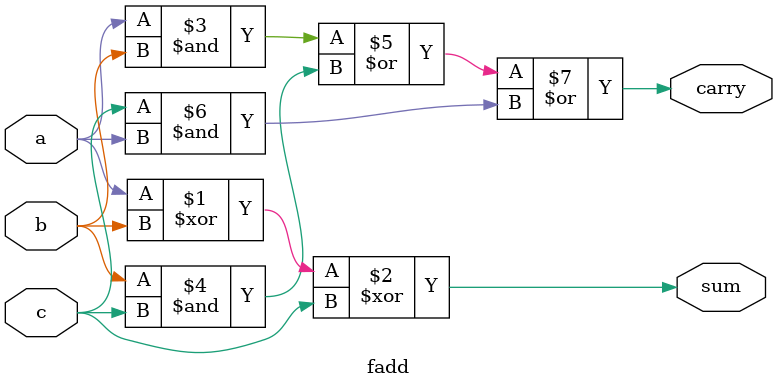
<source format=v>
module top_module (
    input [3:0] x,
    input [3:0] y, 
    output [4:0] sum);
    wire [2:0] w;
    fadd f1(x[0],y[0],1'b0,sum[0],w[0]);
    fadd f2(x[1],y[1],w[0],sum[1],w[1]);
    fadd f3(x[2],y[2],w[1],sum[2],w[2]);
    fadd f4(x[3],y[3],w[2], sum[3],sum[4]);
endmodule

module fadd(input a, b, c, output sum ,carry);
    assign sum = a^b^c;
    assign carry = a&b | b&c | c&a;
endmodule


</source>
